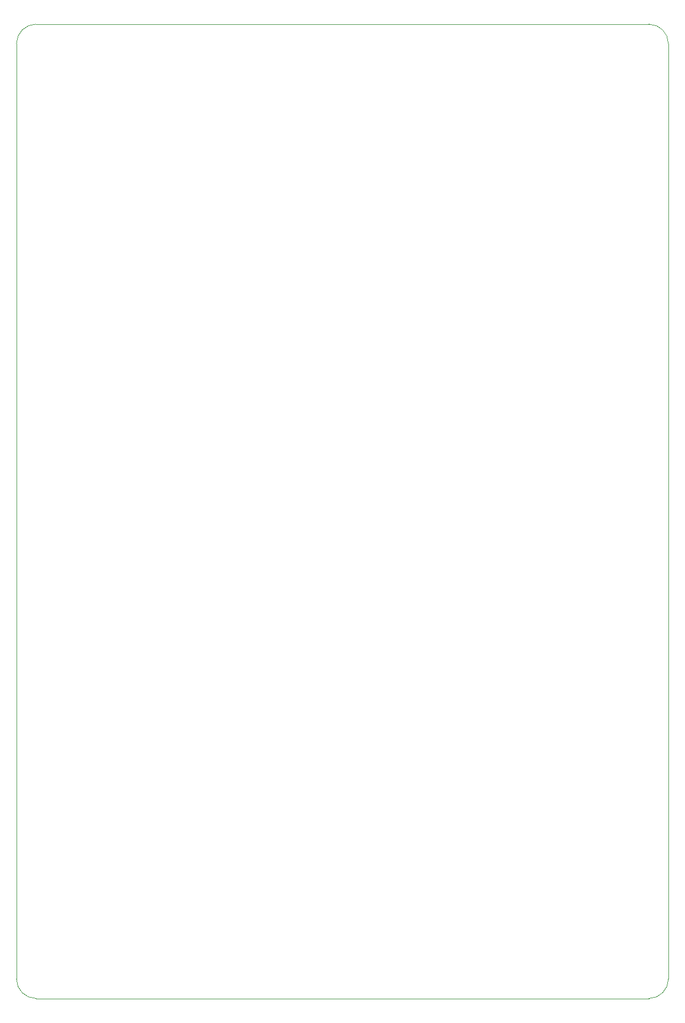
<source format=gbr>
%TF.GenerationSoftware,KiCad,Pcbnew,8.0.5-8.0.5-0~ubuntu22.04.1*%
%TF.CreationDate,2024-09-18T21:08:12+02:00*%
%TF.ProjectId,ohsim_launchpad,6f687369-6d5f-46c6-9175-6e6368706164,rev?*%
%TF.SameCoordinates,Original*%
%TF.FileFunction,Profile,NP*%
%FSLAX46Y46*%
G04 Gerber Fmt 4.6, Leading zero omitted, Abs format (unit mm)*
G04 Created by KiCad (PCBNEW 8.0.5-8.0.5-0~ubuntu22.04.1) date 2024-09-18 21:08:12*
%MOMM*%
%LPD*%
G01*
G04 APERTURE LIST*
%TA.AperFunction,Profile*%
%ADD10C,0.050000*%
%TD*%
G04 APERTURE END LIST*
D10*
X275000000Y-206500000D02*
G75*
G02*
X272000000Y-209500000I-3000000J0D01*
G01*
X272000000Y-60000000D02*
G75*
G02*
X275000000Y-63000000I0J-3000000D01*
G01*
X175000000Y-63000000D02*
X175000000Y-206500000D01*
X272000000Y-60000000D02*
X178000000Y-60000000D01*
X178000000Y-209500000D02*
X272000000Y-209500000D01*
X275000000Y-206500000D02*
X275000000Y-63000000D01*
X175000000Y-63000000D02*
G75*
G02*
X178000000Y-60000000I3000000J0D01*
G01*
X178000000Y-209500000D02*
G75*
G02*
X175000000Y-206500000I0J3000000D01*
G01*
M02*

</source>
